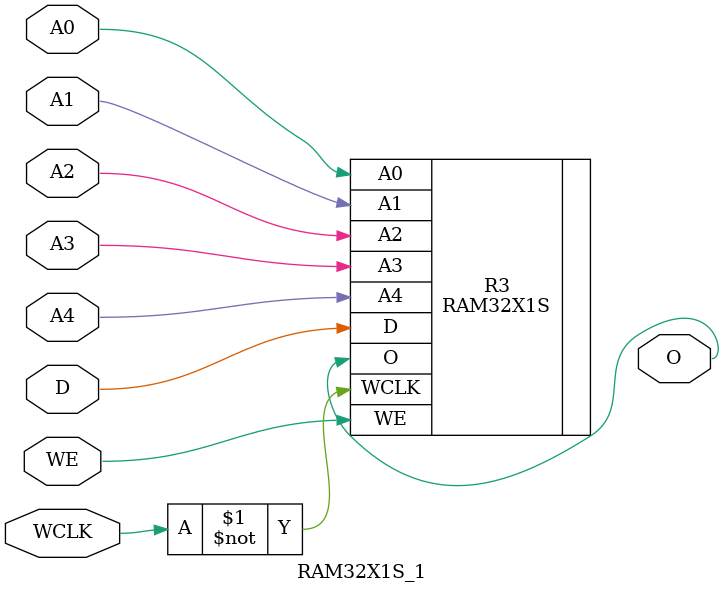
<source format=v>

`timescale  1 ps / 1 ps

module RAM32X1S_1 (O, A0, A1, A2, A3, A4, D, WCLK, WE);

    parameter [31:0] INIT = 32'h00000000;
    parameter [0:0] IS_WCLK_INVERTED = 1'b0;

    output O;

    input  A0, A1, A2, A3, A4, D, WCLK, WE;

    RAM32X1S #(.INIT(INIT), .IS_WCLK_INVERTED(IS_WCLK_INVERTED)) R3 (
	       .O (O),
	       .A0 (A0),
	       .A1 (A1),
	       .A2 (A2),
	       .A3 (A3),
	       .A4 (A4),
	       .D (D),
	       .WCLK (~WCLK),
	       .WE (WE));

endmodule

</source>
